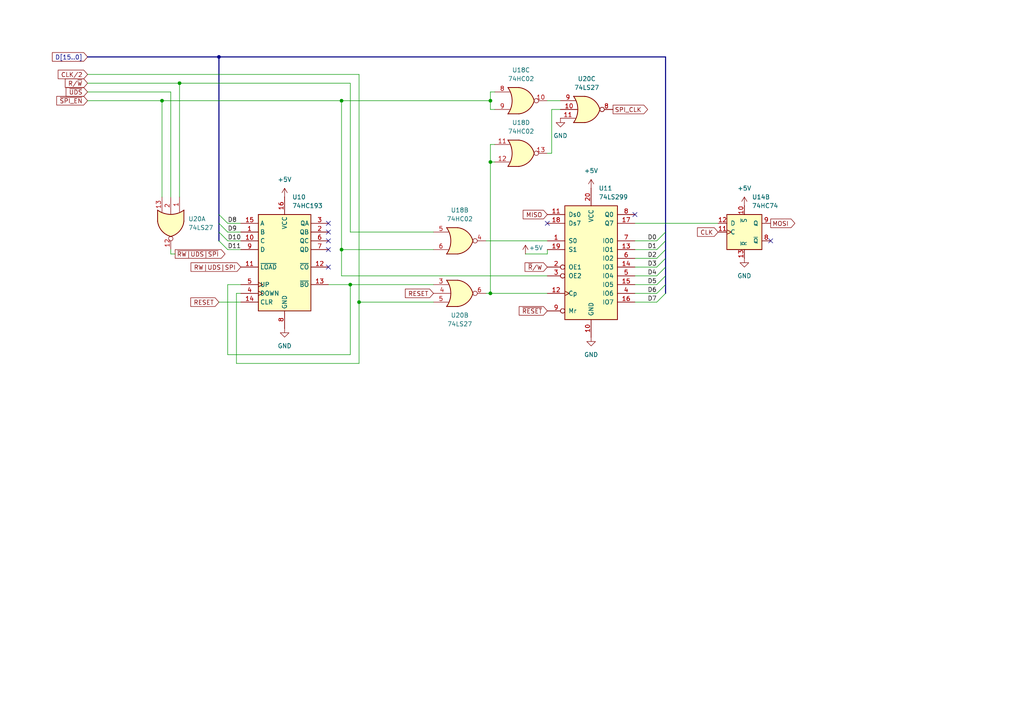
<source format=kicad_sch>
(kicad_sch (version 20231120) (generator "eeschema") (generator_version "8.0")
  (paper "A4")
  (lib_symbols
    (symbol "74xx:74HC02" (pin_names (offset 1.016))
      (property "Reference" "U" (at 0 1.27 0))
      (property "Value" "74HC02" (at 0 -1.27 0))
      (symbol "74HC02_1_1"
        (arc (start -3.81 -3.81) (mid -2.589 0) (end -3.81 3.81) (stroke (width 0.254)))
        (arc (start -0.6096 -3.81) (mid 2.1842 -2.5851) (end 3.81 0) (stroke (width 0.254)) (fill (type background)))
        (polyline (pts (xy -3.81 -3.81) (xy -0.635 -3.81)) (stroke (width 0.254)) (fill (type background)))
        (polyline (pts (xy -3.81 3.81) (xy -0.635 3.81)) (stroke (width 0.254)) (fill (type background)))
        (polyline (pts (xy -0.635 3.81) (xy -3.81 3.81) (xy -3.81 3.81) (xy -3.556 3.4036) (xy -3.0226 2.2606) (xy -2.6924 1.0414) (xy -2.6162 -0.254) (xy -2.7686 -1.4986) (xy -3.175 -2.7178) (xy -3.81 -3.81) (xy -3.81 -3.81) (xy -0.635 -3.81)) (stroke (width -25.4)) (fill (type background)))
        (arc (start 3.81 0) (mid 2.1915 2.5936) (end -0.6096 3.81) (stroke (width 0.254)) (fill (type background)))
        (pin output inverted (at 7.62 0 180) (length 3.81) (name "~") (number "1"))
        (pin input line (at -7.62 2.54 0) (length 4.318) (name "~") (number "2"))
        (pin input line (at -7.62 -2.54 0) (length 4.318) (name "~") (number "3"))
      )
      (symbol "74HC02_1_2"
        (arc (start 0 -3.81) (mid 3.7934 0) (end 0 3.81) (stroke (width 0.254)) (fill (type background)))
        (polyline (pts (xy 0 3.81) (xy -3.81 3.81) (xy -3.81 -3.81) (xy 0 -3.81)) (stroke (width 0.254)) (fill (type background)))
        (pin output line (at 7.62 0 180) (length 3.81) (name "~") (number "1"))
        (pin input inverted (at -7.62 2.54 0) (length 3.81) (name "~") (number "2"))
        (pin input inverted (at -7.62 -2.54 0) (length 3.81) (name "~") (number "3"))
      )
      (symbol "74HC02_2_1"
        (arc (start -3.81 -3.81) (mid -2.589 0) (end -3.81 3.81) (stroke (width 0.254)))
        (arc (start -0.6096 -3.81) (mid 2.1842 -2.5851) (end 3.81 0) (stroke (width 0.254)) (fill (type background)))
        (polyline (pts (xy -3.81 -3.81) (xy -0.635 -3.81)) (stroke (width 0.254)) (fill (type background)))
        (polyline (pts (xy -3.81 3.81) (xy -0.635 3.81)) (stroke (width 0.254)) (fill (type background)))
        (polyline (pts (xy -0.635 3.81) (xy -3.81 3.81) (xy -3.81 3.81) (xy -3.556 3.4036) (xy -3.0226 2.2606) (xy -2.6924 1.0414) (xy -2.6162 -0.254) (xy -2.7686 -1.4986) (xy -3.175 -2.7178) (xy -3.81 -3.81) (xy -3.81 -3.81) (xy -0.635 -3.81)) (stroke (width -25.4)) (fill (type background)))
        (arc (start 3.81 0) (mid 2.1915 2.5936) (end -0.6096 3.81) (stroke (width 0.254)) (fill (type background)))
        (pin output inverted (at 7.62 0 180) (length 3.81) (name "~") (number "4"))
        (pin input line (at -7.62 2.54 0) (length 4.318) (name "~") (number "5"))
        (pin input line (at -7.62 -2.54 0) (length 4.318) (name "~") (number "6"))
      )
      (symbol "74HC02_2_2"
        (arc (start 0 -3.81) (mid 3.7934 0) (end 0 3.81) (stroke (width 0.254)) (fill (type background)))
        (polyline (pts (xy 0 3.81) (xy -3.81 3.81) (xy -3.81 -3.81) (xy 0 -3.81)) (stroke (width 0.254)) (fill (type background)))
        (pin output line (at 7.62 0 180) (length 3.81) (name "~") (number "4"))
        (pin input inverted (at -7.62 2.54 0) (length 3.81) (name "~") (number "5"))
        (pin input inverted (at -7.62 -2.54 0) (length 3.81) (name "~") (number "6"))
      )
      (symbol "74HC02_3_1"
        (arc (start -3.81 -3.81) (mid -2.589 0) (end -3.81 3.81) (stroke (width 0.254)))
        (arc (start -0.6096 -3.81) (mid 2.1842 -2.5851) (end 3.81 0) (stroke (width 0.254)) (fill (type background)))
        (polyline (pts (xy -3.81 -3.81) (xy -0.635 -3.81)) (stroke (width 0.254)) (fill (type background)))
        (polyline (pts (xy -3.81 3.81) (xy -0.635 3.81)) (stroke (width 0.254)) (fill (type background)))
        (polyline (pts (xy -0.635 3.81) (xy -3.81 3.81) (xy -3.81 3.81) (xy -3.556 3.4036) (xy -3.0226 2.2606) (xy -2.6924 1.0414) (xy -2.6162 -0.254) (xy -2.7686 -1.4986) (xy -3.175 -2.7178) (xy -3.81 -3.81) (xy -3.81 -3.81) (xy -0.635 -3.81)) (stroke (width -25.4)) (fill (type background)))
        (arc (start 3.81 0) (mid 2.1915 2.5936) (end -0.6096 3.81) (stroke (width 0.254)) (fill (type background)))
        (pin output inverted (at 7.62 0 180) (length 3.81) (name "~") (number "10"))
        (pin input line (at -7.62 2.54 0) (length 4.318) (name "~") (number "8"))
        (pin input line (at -7.62 -2.54 0) (length 4.318) (name "~") (number "9"))
      )
      (symbol "74HC02_3_2"
        (arc (start 0 -3.81) (mid 3.7934 0) (end 0 3.81) (stroke (width 0.254)) (fill (type background)))
        (polyline (pts (xy 0 3.81) (xy -3.81 3.81) (xy -3.81 -3.81) (xy 0 -3.81)) (stroke (width 0.254)) (fill (type background)))
        (pin output line (at 7.62 0 180) (length 3.81) (name "~") (number "10"))
        (pin input inverted (at -7.62 2.54 0) (length 3.81) (name "~") (number "8"))
        (pin input inverted (at -7.62 -2.54 0) (length 3.81) (name "~") (number "9"))
      )
      (symbol "74HC02_4_1"
        (arc (start -3.81 -3.81) (mid -2.589 0) (end -3.81 3.81) (stroke (width 0.254)))
        (arc (start -0.6096 -3.81) (mid 2.1842 -2.5851) (end 3.81 0) (stroke (width 0.254)) (fill (type background)))
        (polyline (pts (xy -3.81 -3.81) (xy -0.635 -3.81)) (stroke (width 0.254)) (fill (type background)))
        (polyline (pts (xy -3.81 3.81) (xy -0.635 3.81)) (stroke (width 0.254)) (fill (type background)))
        (polyline (pts (xy -0.635 3.81) (xy -3.81 3.81) (xy -3.81 3.81) (xy -3.556 3.4036) (xy -3.0226 2.2606) (xy -2.6924 1.0414) (xy -2.6162 -0.254) (xy -2.7686 -1.4986) (xy -3.175 -2.7178) (xy -3.81 -3.81) (xy -3.81 -3.81) (xy -0.635 -3.81)) (stroke (width -25.4)) (fill (type background)))
        (arc (start 3.81 0) (mid 2.1915 2.5936) (end -0.6096 3.81) (stroke (width 0.254)) (fill (type background)))
        (pin input line (at -7.62 2.54 0) (length 4.318) (name "~") (number "11"))
        (pin input line (at -7.62 -2.54 0) (length 4.318) (name "~") (number "12"))
        (pin output inverted (at 7.62 0 180) (length 3.81) (name "~") (number "13"))
      )
      (symbol "74HC02_4_2"
        (arc (start 0 -3.81) (mid 3.7934 0) (end 0 3.81) (stroke (width 0.254)) (fill (type background)))
        (polyline (pts (xy 0 3.81) (xy -3.81 3.81) (xy -3.81 -3.81) (xy 0 -3.81)) (stroke (width 0.254)) (fill (type background)))
        (pin input inverted (at -7.62 2.54 0) (length 3.81) (name "~") (number "11"))
        (pin input inverted (at -7.62 -2.54 0) (length 3.81) (name "~") (number "12"))
        (pin output line (at 7.62 0 180) (length 3.81) (name "~") (number "13"))
      )
      (symbol "74HC02_5_0"
        (pin power_in line (at 0 12.7 270) (length 5.08) (name "VCC") (number "14"))
        (pin power_in line (at 0 -12.7 90) (length 5.08) (name "GND") (number "7"))
      )
      (symbol "74HC02_5_1"
        (rectangle (start -5.08 7.62) (end 5.08 -7.62) (stroke (width 0.254)) (fill (type background)))
      )
    )
    (symbol "74xx:74HC193"
      (property "Reference" "U" (at -7.62 13.97 0))
      (property "Value" "74HC193" (at 5.08 13.97 0))
      (symbol "74HC193_1_0"
        (pin input line (at -12.7 7.62 0) (length 5.08) (name "B") (number "1"))
        (pin input line (at -12.7 5.08 0) (length 5.08) (name "C") (number "10"))
        (pin input line (at -12.7 -2.54 0) (length 5.08) (name "~{LOAD}") (number "11"))
        (pin output line (at 12.7 -2.54 180) (length 5.08) (name "~{CO}") (number "12"))
        (pin output line (at 12.7 -7.62 180) (length 5.08) (name "~{BO}") (number "13"))
        (pin input line (at -12.7 -12.7 0) (length 5.08) (name "CLR") (number "14"))
        (pin input line (at -12.7 10.16 0) (length 5.08) (name "A") (number "15"))
        (pin power_in line (at 0 17.78 270) (length 5.08) (name "VCC") (number "16"))
        (pin output line (at 12.7 7.62 180) (length 5.08) (name "QB") (number "2"))
        (pin output line (at 12.7 10.16 180) (length 5.08) (name "QA") (number "3"))
        (pin input clock (at -12.7 -10.16 0) (length 5.08) (name "DOWN") (number "4"))
        (pin input clock (at -12.7 -7.62 0) (length 5.08) (name "UP") (number "5"))
        (pin output line (at 12.7 5.08 180) (length 5.08) (name "QC") (number "6"))
        (pin output line (at 12.7 2.54 180) (length 5.08) (name "QD") (number "7"))
        (pin power_in line (at 0 -20.32 90) (length 5.08) (name "GND") (number "8"))
        (pin input line (at -12.7 2.54 0) (length 5.08) (name "D") (number "9"))
      )
      (symbol "74HC193_1_1"
        (rectangle (start -7.62 12.7) (end 7.62 -15.24) (stroke (width 0.254)) (fill (type background)))
      )
    )
    (symbol "74xx:74HC74" (pin_names (offset 1.016))
      (property "Reference" "U" (at -7.62 8.89 0))
      (property "Value" "74HC74" (at -7.62 -8.89 0))
      (symbol "74HC74_1_0"
        (pin input line (at 0 -7.62 90) (length 2.54) (name "~{R}") (number "1"))
        (pin input line (at -7.62 2.54 0) (length 2.54) (name "D") (number "2"))
        (pin input clock (at -7.62 0 0) (length 2.54) (name "C") (number "3"))
        (pin input line (at 0 7.62 270) (length 2.54) (name "~{S}") (number "4"))
        (pin output line (at 7.62 2.54 180) (length 2.54) (name "Q") (number "5"))
        (pin output line (at 7.62 -2.54 180) (length 2.54) (name "~{Q}") (number "6"))
      )
      (symbol "74HC74_1_1"
        (rectangle (start -5.08 5.08) (end 5.08 -5.08) (stroke (width 0.254)) (fill (type background)))
      )
      (symbol "74HC74_2_0"
        (pin input line (at 0 7.62 270) (length 2.54) (name "~{S}") (number "10"))
        (pin input clock (at -7.62 0 0) (length 2.54) (name "C") (number "11"))
        (pin input line (at -7.62 2.54 0) (length 2.54) (name "D") (number "12"))
        (pin input line (at 0 -7.62 90) (length 2.54) (name "~{R}") (number "13"))
        (pin output line (at 7.62 -2.54 180) (length 2.54) (name "~{Q}") (number "8"))
        (pin output line (at 7.62 2.54 180) (length 2.54) (name "Q") (number "9"))
      )
      (symbol "74HC74_2_1"
        (rectangle (start -5.08 5.08) (end 5.08 -5.08) (stroke (width 0.254)) (fill (type background)))
      )
      (symbol "74HC74_3_0"
        (pin power_in line (at 0 10.16 270) (length 2.54) (name "VCC") (number "14"))
        (pin power_in line (at 0 -10.16 90) (length 2.54) (name "GND") (number "7"))
      )
      (symbol "74HC74_3_1"
        (rectangle (start -5.08 7.62) (end 5.08 -7.62) (stroke (width 0.254)) (fill (type background)))
      )
    )
    (symbol "74xx:74LS27" (pin_names (offset 1.016))
      (property "Reference" "U" (at 0 1.27 0))
      (property "Value" "74LS27" (at 0 -1.27 0))
      (symbol "74LS27_1_1"
        (arc (start -3.81 -3.81) (mid -2.589 0) (end -3.81 3.81) (stroke (width 0.254)))
        (arc (start -0.6096 -3.81) (mid 2.1842 -2.5851) (end 3.81 0) (stroke (width 0.254)) (fill (type background)))
        (polyline (pts (xy -3.81 -3.81) (xy -0.635 -3.81)) (stroke (width 0.254)) (fill (type background)))
        (polyline (pts (xy -3.81 3.81) (xy -0.635 3.81)) (stroke (width 0.254)) (fill (type background)))
        (polyline (pts (xy -0.635 3.81) (xy -3.81 3.81) (xy -3.81 3.81) (xy -3.556 3.4036) (xy -3.0226 2.2606) (xy -2.6924 1.0414) (xy -2.6162 -0.254) (xy -2.7686 -1.4986) (xy -3.175 -2.7178) (xy -3.81 -3.81) (xy -3.81 -3.81) (xy -0.635 -3.81)) (stroke (width -25.4)) (fill (type background)))
        (arc (start 3.81 0) (mid 2.1915 2.5936) (end -0.6096 3.81) (stroke (width 0.254)) (fill (type background)))
        (pin input line (at -7.62 2.54 0) (length 4.318) (name "~") (number "1"))
        (pin output inverted (at 7.62 0 180) (length 3.81) (name "~") (number "12"))
        (pin input line (at -7.62 -2.54 0) (length 4.318) (name "~") (number "13"))
        (pin input line (at -7.62 0 0) (length 4.953) (name "~") (number "2"))
      )
      (symbol "74LS27_1_2"
        (arc (start 0 -3.81) (mid 3.7934 0) (end 0 3.81) (stroke (width 0.254)) (fill (type background)))
        (polyline (pts (xy 0 3.81) (xy -3.81 3.81) (xy -3.81 -3.81) (xy 0 -3.81)) (stroke (width 0.254)) (fill (type background)))
        (pin input inverted (at -7.62 2.54 0) (length 3.81) (name "~") (number "1"))
        (pin output line (at 7.62 0 180) (length 3.81) (name "~") (number "12"))
        (pin input inverted (at -7.62 -2.54 0) (length 3.81) (name "~") (number "13"))
        (pin input inverted (at -7.62 0 0) (length 3.81) (name "~") (number "2"))
      )
      (symbol "74LS27_2_1"
        (arc (start -3.81 -3.81) (mid -2.589 0) (end -3.81 3.81) (stroke (width 0.254)))
        (arc (start -0.6096 -3.81) (mid 2.1842 -2.5851) (end 3.81 0) (stroke (width 0.254)) (fill (type background)))
        (polyline (pts (xy -3.81 -3.81) (xy -0.635 -3.81)) (stroke (width 0.254)) (fill (type background)))
        (polyline (pts (xy -3.81 3.81) (xy -0.635 3.81)) (stroke (width 0.254)) (fill (type background)))
        (polyline (pts (xy -0.635 3.81) (xy -3.81 3.81) (xy -3.81 3.81) (xy -3.556 3.4036) (xy -3.0226 2.2606) (xy -2.6924 1.0414) (xy -2.6162 -0.254) (xy -2.7686 -1.4986) (xy -3.175 -2.7178) (xy -3.81 -3.81) (xy -3.81 -3.81) (xy -0.635 -3.81)) (stroke (width -25.4)) (fill (type background)))
        (arc (start 3.81 0) (mid 2.1915 2.5936) (end -0.6096 3.81) (stroke (width 0.254)) (fill (type background)))
        (pin input line (at -7.62 2.54 0) (length 4.318) (name "~") (number "3"))
        (pin input line (at -7.62 0 0) (length 4.953) (name "~") (number "4"))
        (pin input line (at -7.62 -2.54 0) (length 4.318) (name "~") (number "5"))
        (pin output inverted (at 7.62 0 180) (length 3.81) (name "~") (number "6"))
      )
      (symbol "74LS27_2_2"
        (arc (start 0 -3.81) (mid 3.7934 0) (end 0 3.81) (stroke (width 0.254)) (fill (type background)))
        (polyline (pts (xy 0 3.81) (xy -3.81 3.81) (xy -3.81 -3.81) (xy 0 -3.81)) (stroke (width 0.254)) (fill (type background)))
        (pin input inverted (at -7.62 2.54 0) (length 3.81) (name "~") (number "3"))
        (pin input inverted (at -7.62 0 0) (length 3.81) (name "~") (number "4"))
        (pin input inverted (at -7.62 -2.54 0) (length 3.81) (name "~") (number "5"))
        (pin output line (at 7.62 0 180) (length 3.81) (name "~") (number "6"))
      )
      (symbol "74LS27_3_1"
        (arc (start -3.81 -3.81) (mid -2.589 0) (end -3.81 3.81) (stroke (width 0.254)))
        (arc (start -0.6096 -3.81) (mid 2.1842 -2.5851) (end 3.81 0) (stroke (width 0.254)) (fill (type background)))
        (polyline (pts (xy -3.81 -3.81) (xy -0.635 -3.81)) (stroke (width 0.254)) (fill (type background)))
        (polyline (pts (xy -3.81 3.81) (xy -0.635 3.81)) (stroke (width 0.254)) (fill (type background)))
        (polyline (pts (xy -0.635 3.81) (xy -3.81 3.81) (xy -3.81 3.81) (xy -3.556 3.4036) (xy -3.0226 2.2606) (xy -2.6924 1.0414) (xy -2.6162 -0.254) (xy -2.7686 -1.4986) (xy -3.175 -2.7178) (xy -3.81 -3.81) (xy -3.81 -3.81) (xy -0.635 -3.81)) (stroke (width -25.4)) (fill (type background)))
        (arc (start 3.81 0) (mid 2.1915 2.5936) (end -0.6096 3.81) (stroke (width 0.254)) (fill (type background)))
        (pin input line (at -7.62 0 0) (length 4.953) (name "~") (number "10"))
        (pin input line (at -7.62 -2.54 0) (length 4.318) (name "~") (number "11"))
        (pin output inverted (at 7.62 0 180) (length 3.81) (name "~") (number "8"))
        (pin input line (at -7.62 2.54 0) (length 4.318) (name "~") (number "9"))
      )
      (symbol "74LS27_3_2"
        (arc (start 0 -3.81) (mid 3.7934 0) (end 0 3.81) (stroke (width 0.254)) (fill (type background)))
        (polyline (pts (xy 0 3.81) (xy -3.81 3.81) (xy -3.81 -3.81) (xy 0 -3.81)) (stroke (width 0.254)) (fill (type background)))
        (pin input inverted (at -7.62 0 0) (length 3.81) (name "~") (number "10"))
        (pin input inverted (at -7.62 -2.54 0) (length 3.81) (name "~") (number "11"))
        (pin output line (at 7.62 0 180) (length 3.81) (name "~") (number "8"))
        (pin input inverted (at -7.62 2.54 0) (length 3.81) (name "~") (number "9"))
      )
      (symbol "74LS27_4_0"
        (pin power_in line (at 0 12.7 270) (length 5.08) (name "VCC") (number "14"))
        (pin power_in line (at 0 -12.7 90) (length 5.08) (name "GND") (number "7"))
      )
      (symbol "74LS27_4_1"
        (rectangle (start -5.08 7.62) (end 5.08 -7.62) (stroke (width 0.254)) (fill (type background)))
      )
    )
    (symbol "74xx:74LS299" (pin_names (offset 1.016))
      (property "Reference" "U" (at -7.62 16.51 0))
      (property "Value" "74LS299" (at -7.62 -19.05 0))
      (symbol "74LS299_1_0"
        (pin input line (at -12.7 5.08 0) (length 5.08) (name "S0") (number "1"))
        (pin power_in line (at 0 -22.86 90) (length 5.08) (name "GND") (number "10"))
        (pin input line (at -12.7 12.7 0) (length 5.08) (name "Ds0") (number "11"))
        (pin input clock (at -12.7 -10.16 0) (length 5.08) (name "Cp") (number "12"))
        (pin tri_state line (at 12.7 2.54 180) (length 5.08) (name "IO1") (number "13"))
        (pin tri_state line (at 12.7 -2.54 180) (length 5.08) (name "IO3") (number "14"))
        (pin tri_state line (at 12.7 -7.62 180) (length 5.08) (name "IO5") (number "15"))
        (pin tri_state line (at 12.7 -12.7 180) (length 5.08) (name "IO7") (number "16"))
        (pin output line (at 12.7 10.16 180) (length 5.08) (name "Q7") (number "17"))
        (pin input line (at -12.7 10.16 0) (length 5.08) (name "Ds7") (number "18"))
        (pin input line (at -12.7 2.54 0) (length 5.08) (name "S1") (number "19"))
        (pin input inverted (at -12.7 -2.54 0) (length 5.08) (name "OE1") (number "2"))
        (pin power_in line (at 0 20.32 270) (length 5.08) (name "VCC") (number "20"))
        (pin input inverted (at -12.7 -5.08 0) (length 5.08) (name "OE2") (number "3"))
        (pin tri_state line (at 12.7 -10.16 180) (length 5.08) (name "IO6") (number "4"))
        (pin tri_state line (at 12.7 -5.08 180) (length 5.08) (name "IO4") (number "5"))
        (pin tri_state line (at 12.7 0 180) (length 5.08) (name "IO2") (number "6"))
        (pin tri_state line (at 12.7 5.08 180) (length 5.08) (name "IO0") (number "7"))
        (pin output line (at 12.7 12.7 180) (length 5.08) (name "Q0") (number "8"))
        (pin input inverted (at -12.7 -15.24 0) (length 5.08) (name "Mr") (number "9"))
      )
      (symbol "74LS299_1_1"
        (rectangle (start -7.62 15.24) (end 7.62 -17.78) (stroke (width 0.254)) (fill (type background)))
      )
    )
    (symbol "power:+5V" (power) (pin_numbers hide) (pin_names (offset 0) hide)
      (property "Value" "+5V" (at 0 3.556 0))
      (symbol "+5V_0_1"
        (polyline (pts (xy -0.762 1.27) (xy 0 2.54)))
        (polyline (pts (xy 0 0) (xy 0 2.54)))
        (polyline (pts (xy 0 2.54) (xy 0.762 1.27)))
      )
      (symbol "+5V_1_1"
        (pin power_in line (at 0 0 90) (length 0) (name "~") (number "1"))
      )
    )
    (symbol "power:GND" (power) (pin_numbers hide) (pin_names (offset 0) hide)
      (property "Value" "GND" (at 0 -3.81 0))
      (symbol "GND_0_1"
        (polyline (pts (xy 0 0) (xy 0 -1.27) (xy 1.27 -1.27) (xy 0 -2.54) (xy -1.27 -1.27) (xy 0 -1.27)))
      )
      (symbol "GND_1_1"
        (pin power_in line (at 0 0 270) (length 0) (name "~") (number "1"))
      )
    )
  )
  (junction (at 99.06 72.39))
  (junction (at 63.5 16.51))
  (junction (at 99.06 29.21))
  (junction (at 101.6 82.55))
  (junction (at 142.24 46.99))
  (junction (at 104.14 87.63))
  (junction (at 52.07 24.13))
  (junction (at 142.24 85.09))
  (junction (at 46.99 29.21))
  (junction (at 142.24 29.21))
  (no_connect (at 95.25 72.39))
  (no_connect (at 95.25 67.31))
  (no_connect (at 95.25 77.47))
  (no_connect (at 95.25 69.85))
  (no_connect (at 184.15 62.23))
  (no_connect (at 223.52 69.85))
  (no_connect (at 158.75 64.77))
  (no_connect (at 95.25 64.77))
  (bus_entry (at 193.04 82.55) (size -2.54 2.54))
  (bus_entry (at 63.5 69.85) (size 2.54 2.54))
  (bus_entry (at 193.04 72.39) (size -2.54 2.54))
  (bus_entry (at 193.04 77.47) (size -2.54 2.54))
  (bus_entry (at 193.04 69.85) (size -2.54 2.54))
  (bus_entry (at 63.5 67.31) (size 2.54 2.54))
  (bus_entry (at 63.5 64.77) (size 2.54 2.54))
  (bus_entry (at 193.04 67.31) (size -2.54 2.54))
  (bus_entry (at 193.04 85.09) (size -2.54 2.54))
  (bus_entry (at 63.5 62.23) (size 2.54 2.54))
  (bus_entry (at 193.04 80.01) (size -2.54 2.54))
  (bus_entry (at 193.04 74.93) (size -2.54 2.54))
  (wire (pts (xy 49.53 73.66) (xy 50.8 73.66)))
  (bus (pts (xy 193.04 16.51) (xy 193.04 67.31)))
  (wire (pts (xy 104.14 87.63) (xy 125.73 87.63)))
  (bus (pts (xy 193.04 77.47) (xy 193.04 80.01)))
  (wire (pts (xy 66.04 82.55) (xy 69.85 82.55)))
  (wire (pts (xy 184.15 85.09) (xy 190.5 85.09)))
  (bus (pts (xy 193.04 82.55) (xy 193.04 85.09)))
  (wire (pts (xy 66.04 72.39) (xy 69.85 72.39)))
  (wire (pts (xy 184.15 72.39) (xy 190.5 72.39)))
  (wire (pts (xy 46.99 29.21) (xy 46.99 57.15)))
  (bus (pts (xy 25.4 16.51) (xy 63.5 16.51)))
  (wire (pts (xy 142.24 29.21) (xy 142.24 31.75)))
  (wire (pts (xy 152.4 73.66) (xy 158.75 73.66)))
  (wire (pts (xy 25.4 26.67) (xy 49.53 26.67)))
  (bus (pts (xy 193.04 74.93) (xy 193.04 77.47)))
  (wire (pts (xy 184.15 80.01) (xy 190.5 80.01)))
  (wire (pts (xy 99.06 72.39) (xy 125.73 72.39)))
  (bus (pts (xy 63.5 16.51) (xy 193.04 16.51)))
  (bus (pts (xy 193.04 69.85) (xy 193.04 72.39)))
  (wire (pts (xy 101.6 82.55) (xy 125.73 82.55)))
  (bus (pts (xy 193.04 80.01) (xy 193.04 82.55)))
  (wire (pts (xy 158.75 73.66) (xy 158.75 72.39)))
  (wire (pts (xy 99.06 29.21) (xy 99.06 72.39)))
  (wire (pts (xy 46.99 29.21) (xy 99.06 29.21)))
  (wire (pts (xy 104.14 105.41) (xy 104.14 87.63)))
  (wire (pts (xy 25.4 21.59) (xy 104.14 21.59)))
  (wire (pts (xy 142.24 41.91) (xy 142.24 46.99)))
  (wire (pts (xy 68.58 105.41) (xy 104.14 105.41)))
  (wire (pts (xy 52.07 24.13) (xy 101.6 24.13)))
  (wire (pts (xy 184.15 82.55) (xy 190.5 82.55)))
  (wire (pts (xy 184.15 64.77) (xy 208.28 64.77)))
  (wire (pts (xy 66.04 82.55) (xy 66.04 102.87)))
  (wire (pts (xy 68.58 85.09) (xy 69.85 85.09)))
  (wire (pts (xy 95.25 82.55) (xy 101.6 82.55)))
  (wire (pts (xy 184.15 87.63) (xy 190.5 87.63)))
  (bus (pts (xy 193.04 67.31) (xy 193.04 69.85)))
  (wire (pts (xy 184.15 74.93) (xy 190.5 74.93)))
  (wire (pts (xy 99.06 72.39) (xy 99.06 80.01)))
  (wire (pts (xy 66.04 67.31) (xy 69.85 67.31)))
  (wire (pts (xy 25.4 29.21) (xy 46.99 29.21)))
  (wire (pts (xy 160.02 44.45) (xy 160.02 31.75)))
  (wire (pts (xy 184.15 77.47) (xy 190.5 77.47)))
  (wire (pts (xy 142.24 26.67) (xy 142.24 29.21)))
  (bus (pts (xy 193.04 72.39) (xy 193.04 74.93)))
  (bus (pts (xy 63.5 64.77) (xy 63.5 67.31)))
  (bus (pts (xy 63.5 62.23) (xy 63.5 64.77)))
  (wire (pts (xy 160.02 44.45) (xy 158.75 44.45)))
  (wire (pts (xy 101.6 24.13) (xy 101.6 67.31)))
  (wire (pts (xy 68.58 85.09) (xy 68.58 105.41)))
  (wire (pts (xy 63.5 87.63) (xy 69.85 87.63)))
  (bus (pts (xy 63.5 16.51) (xy 63.5 62.23)))
  (wire (pts (xy 101.6 102.87) (xy 66.04 102.87)))
  (wire (pts (xy 52.07 24.13) (xy 52.07 57.15)))
  (wire (pts (xy 140.97 85.09) (xy 142.24 85.09)))
  (wire (pts (xy 184.15 69.85) (xy 190.5 69.85)))
  (wire (pts (xy 142.24 41.91) (xy 143.51 41.91)))
  (wire (pts (xy 99.06 29.21) (xy 142.24 29.21)))
  (wire (pts (xy 101.6 67.31) (xy 125.73 67.31)))
  (wire (pts (xy 142.24 46.99) (xy 143.51 46.99)))
  (wire (pts (xy 142.24 26.67) (xy 143.51 26.67)))
  (wire (pts (xy 160.02 31.75) (xy 162.56 31.75)))
  (wire (pts (xy 140.97 69.85) (xy 158.75 69.85)))
  (wire (pts (xy 142.24 46.99) (xy 142.24 85.09)))
  (wire (pts (xy 142.24 31.75) (xy 143.51 31.75)))
  (wire (pts (xy 49.53 26.67) (xy 49.53 57.15)))
  (wire (pts (xy 66.04 64.77) (xy 69.85 64.77)))
  (wire (pts (xy 49.53 72.39) (xy 49.53 73.66)))
  (wire (pts (xy 142.24 85.09) (xy 158.75 85.09)))
  (wire (pts (xy 66.04 69.85) (xy 69.85 69.85)))
  (wire (pts (xy 158.75 29.21) (xy 162.56 29.21)))
  (wire (pts (xy 101.6 102.87) (xy 101.6 82.55)))
  (wire (pts (xy 99.06 80.01) (xy 158.75 80.01)))
  (bus (pts (xy 63.5 67.31) (xy 63.5 69.85)))
  (wire (pts (xy 25.4 24.13) (xy 52.07 24.13)))
  (wire (pts (xy 104.14 87.63) (xy 104.14 21.59)))
  (label "D0" (at 190.5 69.85 180))
  (label "D4" (at 190.5 80.01 180))
  (label "D9" (at 66.04 67.31 0))
  (label "D10" (at 66.04 69.85 0))
  (label "D7" (at 190.5 87.63 180))
  (label "D1" (at 190.5 72.39 180))
  (label "D11" (at 66.04 72.39 0))
  (label "D3" (at 190.5 77.47 180))
  (label "D8" (at 66.04 64.77 0))
  (label "D6" (at 190.5 85.09 180))
  (label "D5" (at 190.5 82.55 180))
  (label "D2" (at 190.5 74.93 180))
  (global_label "~{R}{slash}W" (shape input) (at 158.75 77.47 180) (property "Intersheetrefs" "${INTERSHEET_REFS}" (at 151.7129 77.47 0) (effects (justify right))))
  (global_label "R{slash}~{W}" (shape input) (at 25.4 24.13 180) (property "Intersheetrefs" "${INTERSHEET_REFS}" (at 18.3629 24.13 0) (effects (justify right))))
  (global_label "D[15..0]" (shape input) (at 25.4 16.51 180) (property "Intersheetrefs" "${INTERSHEET_REFS}" (at 14.6133 16.51 0) (effects (justify right))))
  (global_label "~{UDS}" (shape input) (at 25.4 26.67 180) (property "Intersheetrefs" "${INTERSHEET_REFS}" (at 18.6048 26.67 0) (effects (justify right))))
  (global_label "~{SPI_EN}" (shape input) (at 25.4 29.21 180) (property "Intersheetrefs" "${INTERSHEET_REFS}" (at 15.8834 29.21 0) (effects (justify right))))
  (global_label "SPI_CLK" (shape output) (at 177.8 31.75 0) (property "Intersheetrefs" "${INTERSHEET_REFS}" (at 188.4052 31.75 0) (effects (justify left))))
  (global_label "~{RESET}" (shape input) (at 158.75 90.17 180) (property "Intersheetrefs" "${INTERSHEET_REFS}" (at 146.2097 90.17 0) (effects (justify right))))
  (global_label "~{RW|UDS|SPI}" (shape output) (at 50.8 73.66 0) (property "Intersheetrefs" "${INTERSHEET_REFS}" (at 65.8199 73.66 0) (effects (justify left))))
  (global_label "MOSI" (shape output) (at 223.52 64.77 0) (property "Intersheetrefs" "${INTERSHEET_REFS}" (at 231.1014 64.77 0) (effects (justify left))))
  (global_label "CLK" (shape input) (at 208.28 67.31 180) (property "Intersheetrefs" "${INTERSHEET_REFS}" (at 201.7267 67.31 0) (effects (justify right))))
  (global_label "RW|UDS|SPI" (shape input) (at 69.85 77.47 180) (property "Intersheetrefs" "${INTERSHEET_REFS}" (at 54.8301 77.47 0) (effects (justify right))))
  (global_label "RESET" (shape input) (at 63.5 87.63 180) (property "Intersheetrefs" "${INTERSHEET_REFS}" (at 54.7697 87.63 0) (effects (justify right))))
  (global_label "RESET" (shape input) (at 125.73 85.09 180) (property "Intersheetrefs" "${INTERSHEET_REFS}" (at 116.9997 85.09 0) (effects (justify right))))
  (global_label "CLK{slash}2" (shape input) (at 25.4 21.59 180) (property "Intersheetrefs" "${INTERSHEET_REFS}" (at 16.3067 21.59 0) (effects (justify right))))
  (global_label "MISO" (shape input) (at 158.75 62.23 180) (property "Intersheetrefs" "${INTERSHEET_REFS}" (at 151.1686 62.23 0) (effects (justify right))))
  (symbol (lib_id "power:+5V") (at 82.55 57.15 0) (unit 1)
    (property "Reference" "#PWR04" (effects (hide yes)))
    (property "Value" "+5V" (at 82.55 52.07 0))
    (property "Description" "Power symbol creates a global label with name \"+5V\"" (effects (hide yes)))
  )
  (symbol (lib_id "power:+5V") (at 171.45 54.61 0) (unit 1)
    (property "Reference" "#PWR08" (effects (hide yes)))
    (property "Value" "+5V" (at 171.45 49.53 0))
    (property "Description" "Power symbol creates a global label with name \"+5V\"" (effects (hide yes)))
  )
  (symbol (lib_id "74xx:74HC74") (at 215.9 67.31 0) (unit 2)
    (property "Reference" "U14" (at 218.0941 57.15 0) (effects (justify left)))
    (property "Value" "74HC74" (at 218.0941 59.69 0) (effects (justify left)))
    (property "Datasheet" "74xx/74hc_hct74.pdf" (effects (hide yes)))
    (property "Description" "Dual D Flip-flop, Set & Reset" (effects (hide yes)))
  )
  (symbol (lib_id "power:+5V") (at 152.4 73.66 0) (unit 1)
    (property "Reference" "#PWR033" (effects (hide yes)))
    (property "Value" "+5V" (at 155.448 71.882 0))
    (property "Description" "Power symbol creates a global label with name \"+5V\"" (effects (hide yes)))
  )
  (symbol (lib_id "74xx:74LS27") (at 133.35 85.09 0) (unit 2)
    (property "Reference" "U20" (at 133.35 91.44 0))
    (property "Value" "74LS27" (at 133.35 93.98 0))
    (property "Datasheet" "http://www.ti.com/lit/gpn/sn74LS27" (effects (hide yes)))
    (property "Description" "Triple 3-input NOR" (effects (hide yes)))
  )
  (symbol (lib_id "power:GND") (at 171.45 97.79 0) (unit 1)
    (property "Reference" "#PWR07" (effects (hide yes)))
    (property "Value" "GND" (at 171.45 102.87 0))
    (property "Description" "Power symbol creates a global label with name \"GND\" , ground" (effects (hide yes)))
  )
  (symbol (lib_id "74xx:74HC02") (at 151.13 29.21 0) (unit 3)
    (property "Reference" "U18" (at 151.13 20.32 0))
    (property "Value" "74HC02" (at 151.13 22.86 0))
    (property "Datasheet" "http://www.ti.com/lit/gpn/sn74hc02" (effects (hide yes)))
    (property "Description" "quad 2-input NOR gate" (effects (hide yes)))
  )
  (symbol (lib_id "power:GND") (at 82.55 95.25 0) (unit 1)
    (property "Reference" "#PWR05" (effects (hide yes)))
    (property "Value" "GND" (at 82.55 100.33 0))
    (property "Description" "Power symbol creates a global label with name \"GND\" , ground" (effects (hide yes)))
  )
  (symbol (lib_id "74xx:74HC02") (at 151.13 44.45 0) (unit 4)
    (property "Reference" "U18" (at 151.13 35.56 0))
    (property "Value" "74HC02" (at 151.13 38.1 0))
    (property "Datasheet" "http://www.ti.com/lit/gpn/sn74hc02" (effects (hide yes)))
    (property "Description" "quad 2-input NOR gate" (effects (hide yes)))
  )
  (symbol (lib_id "power:GND") (at 215.9 74.93 0) (unit 1)
    (property "Reference" "#PWR035" (effects (hide yes)))
    (property "Value" "GND" (at 215.9 80.01 0))
    (property "Description" "Power symbol creates a global label with name \"GND\" , ground" (effects (hide yes)))
  )
  (symbol (lib_id "power:+5V") (at 215.9 59.69 0) (unit 1)
    (property "Reference" "#PWR06" (effects (hide yes)))
    (property "Value" "+5V" (at 215.9 54.61 0))
    (property "Description" "Power symbol creates a global label with name \"+5V\"" (effects (hide yes)))
  )
  (symbol (lib_id "74xx:74HC193") (at 82.55 74.93 0) (unit 1)
    (property "Reference" "U10" (at 84.7441 57.15 0) (effects (justify left)))
    (property "Value" "74HC193" (at 84.7441 59.69 0) (effects (justify left)))
    (property "Datasheet" "https://assets.nexperia.com/documents/data-sheet/74HC_HCT193.pdf" (effects (hide yes)))
    (property "Description" "Synchronous 4-bit Up/Down (2 clk) counter" (effects (hide yes)))
  )
  (symbol (lib_id "74xx:74LS27") (at 49.53 64.77 270) (unit 1)
    (property "Reference" "U20" (at 54.61 63.4999 90) (effects (justify left)))
    (property "Value" "74LS27" (at 54.61 66.0399 90) (effects (justify left)))
    (property "Datasheet" "http://www.ti.com/lit/gpn/sn74LS27" (effects (hide yes)))
    (property "Description" "Triple 3-input NOR" (effects (hide yes)))
  )
  (symbol (lib_id "74xx:74LS299") (at 171.45 74.93 0) (unit 1)
    (property "Reference" "U11" (at 173.6441 54.61 0) (effects (justify left)))
    (property "Value" "74LS299" (at 173.6441 57.15 0) (effects (justify left)))
    (property "Footprint" "Package_DIP:DIP-20_W7.62mm" (effects (hide yes)))
    (property "Datasheet" "http://www.ti.com/lit/gpn/sn74LS299" (effects (hide yes)))
    (property "Description" "8-bit Universal shift/storage Register" (effects (hide yes)))
  )
  (symbol (lib_id "74xx:74LS27") (at 170.18 31.75 0) (unit 3)
    (property "Reference" "U20" (at 170.18 22.86 0))
    (property "Value" "74LS27" (at 170.18 25.4 0))
    (property "Datasheet" "http://www.ti.com/lit/gpn/sn74LS27" (effects (hide yes)))
    (property "Description" "Triple 3-input NOR" (effects (hide yes)))
  )
  (symbol (lib_id "74xx:74HC02") (at 133.35 69.85 0) (unit 2)
    (property "Reference" "U18" (at 133.35 60.96 0))
    (property "Value" "74HC02" (at 133.35 63.5 0))
    (property "Footprint" "Package_DIP:DIP-14_W7.62mm" (effects (hide yes)))
    (property "Datasheet" "http://www.ti.com/lit/gpn/sn74hc02" (effects (hide yes)))
    (property "Description" "quad 2-input NOR gate" (effects (hide yes)))
  )
  (symbol (lib_id "power:GND") (at 162.56 34.29 0) (unit 1)
    (property "Reference" "#PWR051" (effects (hide yes)))
    (property "Value" "GND" (at 162.56 39.37 0))
    (property "Description" "Power symbol creates a global label with name \"GND\" , ground" (effects (hide yes)))
  )
)
</source>
